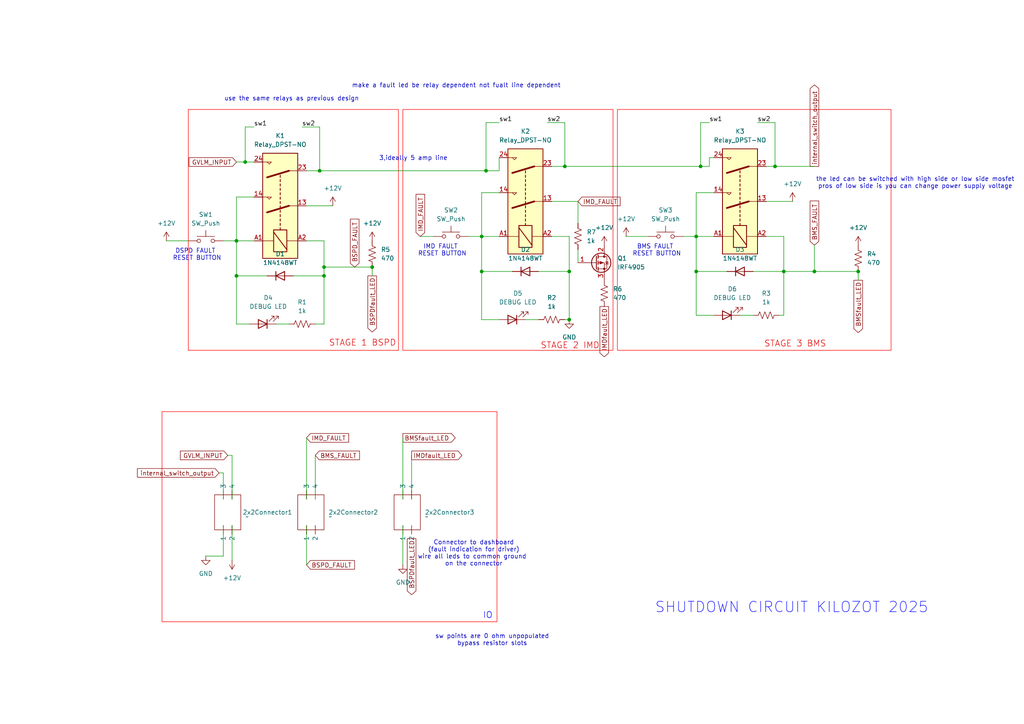
<source format=kicad_sch>
(kicad_sch (version 20250114) (generator "eeschema") (generator_version "9.0")
  (paper "A4")
  (lib_symbols
    (symbol "Device:LED" (pin_numbers (hide yes)) (pin_names (offset 1.016) (hide yes))
      (property "Reference" "D" (at 0 2.54 0))
      (property "Value" "LED" (at 0 -2.54 0))
      (symbol "LED_0_1"
        (polyline (pts (xy -3.048 -0.762) (xy -4.572 -2.286) (xy -3.81 -2.286) (xy -4.572 -2.286) (xy -4.572 -1.524)))
        (polyline (pts (xy -1.778 -0.762) (xy -3.302 -2.286) (xy -2.54 -2.286) (xy -3.302 -2.286) (xy -3.302 -1.524)))
        (polyline (pts (xy -1.27 0) (xy 1.27 0)))
        (polyline (pts (xy -1.27 -1.27) (xy -1.27 1.27)) (stroke (width 0.254)))
        (polyline (pts (xy 1.27 -1.27) (xy 1.27 1.27) (xy -1.27 0) (xy 1.27 -1.27)) (stroke (width 0.254)))
      )
      (symbol "LED_1_1"
        (pin passive line (at -3.81 0 0) (length 2.54) (name "K") (number "1"))
        (pin passive line (at 3.81 0 180) (length 2.54) (name "A") (number "2"))
      )
    )
    (symbol "Device:R_US" (pin_numbers (hide yes)) (pin_names (offset 0))
      (property "Reference" "R" (at 2.54 0 90))
      (property "Value" "R_US" (at -2.54 0 90))
      (symbol "R_US_0_1"
        (polyline (pts (xy 0 2.286) (xy 0 2.54)))
        (polyline (pts (xy 0 2.286) (xy 1.016 1.905) (xy 0 1.524) (xy -1.016 1.143) (xy 0 0.762)))
        (polyline (pts (xy 0 0.762) (xy 1.016 0.381) (xy 0 0) (xy -1.016 -0.381) (xy 0 -0.762)))
        (polyline (pts (xy 0 -0.762) (xy 1.016 -1.143) (xy 0 -1.524) (xy -1.016 -1.905) (xy 0 -2.286)))
        (polyline (pts (xy 0 -2.286) (xy 0 -2.54)))
      )
      (symbol "R_US_1_1"
        (pin passive line (at 0 3.81 270) (length 1.27) (name "~") (number "1"))
        (pin passive line (at 0 -3.81 90) (length 1.27) (name "~") (number "2"))
      )
    )
    (symbol "Diode:1N4148WT" (pin_numbers (hide yes)) (pin_names (hide yes))
      (property "Reference" "D" (at 0 2.54 0))
      (property "Value" "1N4148WT" (at 0 -2.54 0))
      (symbol "1N4148WT_0_1"
        (polyline (pts (xy -1.27 1.27) (xy -1.27 -1.27)) (stroke (width 0.254)))
        (polyline (pts (xy 1.27 1.27) (xy 1.27 -1.27) (xy -1.27 0) (xy 1.27 1.27)) (stroke (width 0.254)))
        (polyline (pts (xy 1.27 0) (xy -1.27 0)))
      )
      (symbol "1N4148WT_1_1"
        (pin passive line (at -3.81 0 0) (length 2.54) (name "K") (number "1"))
        (pin passive line (at 3.81 0 180) (length 2.54) (name "A") (number "2"))
      )
    )
    (symbol "Relay:Relay_DPST-NO"
      (property "Reference" "K" (at 16.51 3.81 0))
      (property "Value" "Relay_DPST-NO" (at 16.51 1.27 0))
      (symbol "Relay_DPST-NO_0_1"
        (rectangle (start -15.24 5.08) (end 15.24 -5.08) (stroke (width 0.254)) (fill (type background)))
        (rectangle (start -13.335 1.905) (end -6.985 -1.905) (stroke (width 0.254)))
        (polyline (pts (xy -12.7 -1.905) (xy -7.62 1.905)) (stroke (width 0.254)))
        (polyline (pts (xy -10.16 5.08) (xy -10.16 1.905)))
        (polyline (pts (xy -10.16 -5.08) (xy -10.16 -1.905)))
        (polyline (pts (xy -6.985 0) (xy -6.35 0)) (stroke (width 0.254)))
        (polyline (pts (xy -5.715 0) (xy -5.08 0)) (stroke (width 0.254)))
        (polyline (pts (xy -4.445 0) (xy -3.81 0)) (stroke (width 0.254)))
        (polyline (pts (xy -3.175 0) (xy -2.54 0)) (stroke (width 0.254)))
        (polyline (pts (xy -1.905 0) (xy -1.27 0)) (stroke (width 0.254)))
        (polyline (pts (xy -0.635 0) (xy 0 0)) (stroke (width 0.254)))
        (polyline (pts (xy 0 -2.54) (xy -1.905 3.81)) (stroke (width 0.508)))
        (polyline (pts (xy 0 -2.54) (xy 0 -5.08)))
        (polyline (pts (xy 0.635 0) (xy 1.27 0)) (stroke (width 0.254)))
        (polyline (pts (xy 1.905 0) (xy 2.54 0)) (stroke (width 0.254)))
        (polyline (pts (xy 2.54 5.08) (xy 2.54 2.54) (xy 1.905 3.175) (xy 2.54 3.81)))
        (polyline (pts (xy 3.175 0) (xy 3.81 0)) (stroke (width 0.254)))
        (polyline (pts (xy 4.445 0) (xy 5.08 0)) (stroke (width 0.254)))
        (polyline (pts (xy 5.715 0) (xy 6.35 0)) (stroke (width 0.254)))
        (polyline (pts (xy 6.985 0) (xy 7.62 0)) (stroke (width 0.254)))
        (polyline (pts (xy 8.255 0) (xy 8.89 0)) (stroke (width 0.254)))
        (polyline (pts (xy 10.16 -2.54) (xy 8.255 3.81)) (stroke (width 0.508)))
        (polyline (pts (xy 10.16 -2.54) (xy 10.16 -5.08)))
        (polyline (pts (xy 12.7 5.08) (xy 12.7 2.54) (xy 12.065 3.175) (xy 12.7 3.81)))
      )
      (symbol "Relay_DPST-NO_1_1"
        (pin passive line (at -10.16 7.62 270) (length 2.54) (name "~") (number "A1"))
        (pin passive line (at -10.16 -7.62 90) (length 2.54) (name "~") (number "A2"))
        (pin passive line (at 0 -7.62 90) (length 2.54) (name "~") (number "13"))
        (pin passive line (at 2.54 7.62 270) (length 2.54) (name "~") (number "14"))
        (pin passive line (at 10.16 -7.62 90) (length 2.54) (name "~") (number "23"))
        (pin passive line (at 12.7 7.62 270) (length 2.54) (name "~") (number "24"))
      )
    )
    (symbol "Switch:SW_Push" (pin_numbers (hide yes)) (pin_names (offset 1.016) (hide yes))
      (property "Reference" "SW" (at 1.27 2.54 0))
      (property "Value" "SW_Push" (at 0 -1.524 0))
      (symbol "SW_Push_0_1"
        (circle (center -2.032 0) (radius 0.508))
        (polyline (pts (xy 0 1.27) (xy 0 3.048)))
        (circle (center 2.032 0) (radius 0.508))
        (polyline (pts (xy 2.54 1.27) (xy -2.54 1.27)))
        (pin passive line (at -5.08 0 0) (length 2.54) (name "1") (number "1"))
        (pin passive line (at 5.08 0 180) (length 2.54) (name "2") (number "2"))
      )
    )
    (symbol "Transistor_FET:IRF4905" (pin_names (hide yes))
      (property "Reference" "Q" (at 5.08 1.905 0))
      (property "Value" "IRF4905" (at 5.08 0 0))
      (symbol "IRF4905_0_1"
        (polyline (pts (xy 0.254 1.905) (xy 0.254 -1.905)) (stroke (width 0.254)))
        (polyline (pts (xy 0.254 0) (xy -2.54 0)))
        (polyline (pts (xy 0.762 2.286) (xy 0.762 1.27)) (stroke (width 0.254)))
        (polyline (pts (xy 0.762 1.778) (xy 3.302 1.778) (xy 3.302 -1.778) (xy 0.762 -1.778)))
        (polyline (pts (xy 0.762 0.508) (xy 0.762 -0.508)) (stroke (width 0.254)))
        (polyline (pts (xy 0.762 -1.27) (xy 0.762 -2.286)) (stroke (width 0.254)))
        (circle (center 1.651 0) (radius 2.794) (stroke (width 0.254)))
        (polyline (pts (xy 2.286 0) (xy 1.27 0.381) (xy 1.27 -0.381) (xy 2.286 0)) (fill (type outline)))
        (polyline (pts (xy 2.54 2.54) (xy 2.54 1.778)))
        (circle (center 2.54 1.778) (radius 0.254) (fill (type outline)))
        (circle (center 2.54 -1.778) (radius 0.254) (fill (type outline)))
        (polyline (pts (xy 2.54 -2.54) (xy 2.54 0) (xy 0.762 0)))
        (polyline (pts (xy 2.794 -0.508) (xy 2.921 -0.381) (xy 3.683 -0.381) (xy 3.81 -0.254)))
        (polyline (pts (xy 3.302 -0.381) (xy 2.921 0.254) (xy 3.683 0.254) (xy 3.302 -0.381)))
      )
      (symbol "IRF4905_1_1"
        (pin input line (at -5.08 0 0) (length 2.54) (name "G") (number "1"))
        (pin passive line (at 2.54 5.08 270) (length 2.54) (name "D") (number "2"))
        (pin passive line (at 2.54 -5.08 90) (length 2.54) (name "S") (number "3"))
      )
    )
    (symbol "connector2x2:connector2x2"
      (property "Reference" "U" (at 0 0 0))
      (symbol "connector2x2_0_1"
        (rectangle (start -3.81 1.27) (end 3.81 -8.89))
      )
      (symbol "connector2x2_1_1"
        (pin input line (at -1.27 0 90) (length 2.54) (name "3") (number ""))
        (pin input line (at -1.27 -7.62 270) (length 2.54) (name "1") (number ""))
        (pin input line (at 1.27 0 90) (length 2.54) (name "4") (number ""))
        (pin input line (at 1.27 -7.62 270) (length 2.54) (name "2") (number ""))
      )
    )
    (symbol "connector2x2_1"
      (property "Reference" "U" (at 0 0 0))
      (symbol "connector2x2_1_0_1"
        (rectangle (start -3.81 1.27) (end 3.81 -8.89))
      )
      (symbol "connector2x2_1_1_1"
        (pin input line (at -1.27 0 90) (length 2.54) (name "3") (number ""))
        (pin input line (at -1.27 -7.62 270) (length 2.54) (name "1") (number ""))
        (pin input line (at 1.27 0 90) (length 2.54) (name "4") (number ""))
        (pin input line (at 1.27 -7.62 270) (length 2.54) (name "2") (number ""))
      )
    )
    (symbol "connector2x2_2"
      (property "Reference" "U" (at 0 0 0))
      (symbol "connector2x2_2_0_1"
        (rectangle (start -3.81 1.27) (end 3.81 -8.89))
      )
      (symbol "connector2x2_2_1_1"
        (pin input line (at -1.27 0 90) (length 2.54) (name "3") (number ""))
        (pin input line (at -1.27 -7.62 270) (length 2.54) (name "1") (number ""))
        (pin input line (at 1.27 0 90) (length 2.54) (name "4") (number ""))
        (pin input line (at 1.27 -7.62 270) (length 2.54) (name "2") (number ""))
      )
    )
    (symbol "power:+12V" (power) (pin_numbers (hide yes)) (pin_names (offset 0) (hide yes))
      (property "Value" "+12V" (at 0 3.556 0))
      (symbol "+12V_0_1"
        (polyline (pts (xy -0.762 1.27) (xy 0 2.54)))
        (polyline (pts (xy 0 2.54) (xy 0.762 1.27)))
        (polyline (pts (xy 0 0) (xy 0 2.54)))
      )
      (symbol "+12V_1_1"
        (pin power_in line (at 0 0 90) (length 0) (name "~") (number "1"))
      )
    )
    (symbol "power:GND" (power) (pin_numbers (hide yes)) (pin_names (offset 0) (hide yes))
      (property "Value" "GND" (at 0 -3.81 0))
      (symbol "GND_0_1"
        (polyline (pts (xy 0 0) (xy 0 -1.27) (xy 1.27 -1.27) (xy 0 -2.54) (xy -1.27 -1.27) (xy 0 -1.27)))
      )
      (symbol "GND_1_1"
        (pin power_in line (at 0 0 270) (length 0) (name "~") (number "1"))
      )
    )
  )
  (text "Connector to dashboard\n(fault indication for driver)\nwire all leds to common ground \non the connector" (at 137.414 160.528 0) (effects (font (size 1.27 1.27))))
  (text "3,ideally 5 amp line" (at 119.888 45.974 0) (effects (font (size 1.27 1.27))))
  (text "DSPD FAULT \nRESET BUTTON" (at 57.15 73.914 0) (effects (font (size 1.27 1.27))))
  (text "the led can be switched with high side or low side mosfet \npros of low side is you can change power supply voltage " (at 265.938 53.086 0) (effects (font (size 1.27 1.27))))
  (text "make a fault led be relay dependent not fualt line dependent" (at 132.334 24.892 0) (effects (font (size 1.27 1.27))))
  (text "STAGE 1 BSPD" (at 105.156 99.568 0) (effects (font (size 1.778 1.778))))
  (text "sw points are 0 ohm unpopulated\nbypass resistor slots" (at 142.748 185.674 0) (effects (font (size 1.27 1.27))))
  (text "IO" (at 141.478 178.562 0) (effects (font (size 1.778 1.778))))
  (text "SHUTDOWN CIRCUIT KILOZOT 2025" (at 229.616 176.276 0) (effects (font (size 3.048 3.048))))
  (text "use the same relays as previous design" (at 84.582 28.702 0) (effects (font (size 1.27 1.27))))
  (text "IMD FAULT \nRESET BUTTON" (at 128.27 72.644 0) (effects (font (size 1.27 1.27))))
  (text "STAGE 3 BMS" (at 230.632 99.822 0) (effects (font (size 1.778 1.778))))
  (text "STAGE 2 IMD" (at 165.354 100.33 0) (effects (font (size 1.778 1.778))))
  (text "BMS FAULT \nRESET BUTTON" (at 190.5 72.644 0) (effects (font (size 1.27 1.27))))
  (junction (at 203.2 48.26))
  (junction (at 165.1 92.71))
  (junction (at 248.92 78.74))
  (junction (at 201.93 68.58))
  (junction (at 224.79 48.26))
  (junction (at 107.95 77.47))
  (junction (at 93.98 77.47))
  (junction (at 227.33 78.74))
  (junction (at 68.58 80.01))
  (junction (at 92.71 49.53))
  (junction (at 201.93 78.74))
  (junction (at 139.7 78.74))
  (junction (at 93.98 80.01))
  (junction (at 163.83 48.26))
  (junction (at 139.7 68.58))
  (junction (at 71.12 46.99))
  (junction (at 68.58 69.85))
  (junction (at 140.97 49.53))
  (junction (at 165.1 78.74))
  (junction (at 236.22 78.74))
  (wire (pts (xy 167.64 58.42) (xy 167.64 64.77)))
  (wire (pts (xy 227.33 91.44) (xy 226.06 91.44)))
  (wire (pts (xy 139.7 78.74) (xy 139.7 92.71)))
  (wire (pts (xy 116.84 127) (xy 116.84 144.78)))
  (wire (pts (xy 158.75 35.56) (xy 163.83 35.56)))
  (wire (pts (xy 201.93 55.88) (xy 201.93 68.58)))
  (wire (pts (xy 205.74 45.72) (xy 205.74 48.26)))
  (wire (pts (xy 92.71 36.83) (xy 92.71 49.53)))
  (wire (pts (xy 91.44 132.08) (xy 91.44 144.78)))
  (wire (pts (xy 205.74 35.56) (xy 203.2 35.56)))
  (wire (pts (xy 48.26 69.85) (xy 54.61 69.85)))
  (wire (pts (xy 205.74 45.72) (xy 207.01 45.72)))
  (wire (pts (xy 152.4 92.71) (xy 156.21 92.71)))
  (wire (pts (xy 68.58 69.85) (xy 68.58 80.01)))
  (wire (pts (xy 67.31 132.08) (xy 66.04 132.08)))
  (wire (pts (xy 87.63 36.83) (xy 92.71 36.83)))
  (wire (pts (xy 67.31 152.4) (xy 67.31 162.56)))
  (wire (pts (xy 93.98 69.85) (xy 93.98 77.47)))
  (wire (pts (xy 163.83 35.56) (xy 163.83 48.26)))
  (wire (pts (xy 68.58 46.99) (xy 71.12 46.99)))
  (wire (pts (xy 68.58 69.85) (xy 73.66 69.85)))
  (wire (pts (xy 227.33 68.58) (xy 222.25 68.58)))
  (wire (pts (xy 68.58 57.15) (xy 68.58 69.85)))
  (wire (pts (xy 167.64 72.39) (xy 167.64 76.2)))
  (wire (pts (xy 224.79 35.56) (xy 224.79 48.26)))
  (wire (pts (xy 67.31 144.78) (xy 67.31 132.08)))
  (wire (pts (xy 165.1 78.74) (xy 165.1 92.71)))
  (wire (pts (xy 93.98 77.47) (xy 107.95 77.47)))
  (wire (pts (xy 64.77 69.85) (xy 68.58 69.85)))
  (wire (pts (xy 140.97 35.56) (xy 140.97 49.53)))
  (wire (pts (xy 203.2 48.26) (xy 163.83 48.26)))
  (wire (pts (xy 93.98 93.98) (xy 91.44 93.98)))
  (wire (pts (xy 160.02 58.42) (xy 167.64 58.42)))
  (wire (pts (xy 135.89 68.58) (xy 139.7 68.58)))
  (wire (pts (xy 201.93 68.58) (xy 201.93 78.74)))
  (wire (pts (xy 116.84 152.4) (xy 116.84 163.83)))
  (wire (pts (xy 224.79 48.26) (xy 222.25 48.26)))
  (wire (pts (xy 107.95 77.47) (xy 107.95 80.01)))
  (wire (pts (xy 71.12 36.83) (xy 71.12 46.99)))
  (wire (pts (xy 92.71 49.53) (xy 140.97 49.53)))
  (wire (pts (xy 139.7 78.74) (xy 148.59 78.74)))
  (wire (pts (xy 201.93 78.74) (xy 210.82 78.74)))
  (wire (pts (xy 201.93 78.74) (xy 201.93 91.44)))
  (wire (pts (xy 236.22 48.26) (xy 224.79 48.26)))
  (wire (pts (xy 219.71 35.56) (xy 224.79 35.56)))
  (wire (pts (xy 93.98 80.01) (xy 93.98 93.98)))
  (wire (pts (xy 139.7 68.58) (xy 144.78 68.58)))
  (wire (pts (xy 140.97 35.56) (xy 144.78 35.56)))
  (wire (pts (xy 88.9 59.69) (xy 96.52 59.69)))
  (wire (pts (xy 227.33 68.58) (xy 227.33 78.74)))
  (wire (pts (xy 165.1 68.58) (xy 160.02 68.58)))
  (wire (pts (xy 71.12 46.99) (xy 73.66 46.99)))
  (wire (pts (xy 73.66 57.15) (xy 68.58 57.15)))
  (wire (pts (xy 64.77 161.29) (xy 59.69 161.29)))
  (wire (pts (xy 64.77 137.16) (xy 63.5 137.16)))
  (wire (pts (xy 165.1 78.74) (xy 156.21 78.74)))
  (wire (pts (xy 88.9 69.85) (xy 93.98 69.85)))
  (wire (pts (xy 119.38 132.08) (xy 119.38 144.78)))
  (wire (pts (xy 139.7 68.58) (xy 139.7 78.74)))
  (wire (pts (xy 201.93 91.44) (xy 207.01 91.44)))
  (wire (pts (xy 198.12 68.58) (xy 201.93 68.58)))
  (wire (pts (xy 181.61 68.58) (xy 187.96 68.58)))
  (wire (pts (xy 207.01 55.88) (xy 201.93 55.88)))
  (wire (pts (xy 201.93 68.58) (xy 207.01 68.58)))
  (wire (pts (xy 248.92 78.74) (xy 248.92 81.28)))
  (wire (pts (xy 68.58 80.01) (xy 68.58 93.98)))
  (wire (pts (xy 236.22 71.12) (xy 236.22 78.74)))
  (wire (pts (xy 227.33 78.74) (xy 227.33 91.44)))
  (wire (pts (xy 121.92 68.58) (xy 125.73 68.58)))
  (wire (pts (xy 93.98 80.01) (xy 85.09 80.01)))
  (wire (pts (xy 80.01 93.98) (xy 83.82 93.98)))
  (wire (pts (xy 139.7 55.88) (xy 139.7 68.58)))
  (wire (pts (xy 227.33 78.74) (xy 218.44 78.74)))
  (wire (pts (xy 64.77 152.4) (xy 64.77 161.29)))
  (wire (pts (xy 144.78 55.88) (xy 139.7 55.88)))
  (wire (pts (xy 214.63 91.44) (xy 218.44 91.44)))
  (wire (pts (xy 236.22 78.74) (xy 227.33 78.74)))
  (wire (pts (xy 93.98 77.47) (xy 93.98 80.01)))
  (wire (pts (xy 68.58 80.01) (xy 77.47 80.01)))
  (wire (pts (xy 88.9 152.4) (xy 88.9 163.83)))
  (wire (pts (xy 68.58 93.98) (xy 72.39 93.98)))
  (wire (pts (xy 222.25 58.42) (xy 229.87 58.42)))
  (wire (pts (xy 205.74 48.26) (xy 203.2 48.26)))
  (wire (pts (xy 165.1 68.58) (xy 165.1 78.74)))
  (wire (pts (xy 144.78 45.72) (xy 144.78 49.53)))
  (wire (pts (xy 88.9 127) (xy 88.9 144.78)))
  (wire (pts (xy 144.78 49.53) (xy 140.97 49.53)))
  (wire (pts (xy 92.71 49.53) (xy 88.9 49.53)))
  (wire (pts (xy 203.2 35.56) (xy 203.2 48.26)))
  (wire (pts (xy 139.7 92.71) (xy 144.78 92.71)))
  (wire (pts (xy 64.77 144.78) (xy 64.77 137.16)))
  (wire (pts (xy 236.22 78.74) (xy 248.92 78.74)))
  (wire (pts (xy 165.1 92.71) (xy 163.83 92.71)))
  (wire (pts (xy 160.02 48.26) (xy 163.83 48.26)))
  (wire (pts (xy 73.66 36.83) (xy 71.12 36.83)))
  (label "sw2" (at 158.75 35.56 0))
  (label "sw1" (at 205.74 35.56 0))
  (label "sw1" (at 73.66 36.83 0))
  (label "sw1" (at 144.78 35.56 0))
  (label "sw2" (at 219.71 35.56 0))
  (label "sw2" (at 87.63 36.83 0))
  (global_label "IMD_FAULT" (shape input) (at 167.64 58.42 0) (property "Intersheetrefs" "${INTERSHEET_REFS}" (effects (hide yes))))
  (global_label "BSPD_FAULT" (shape input) (at 88.9 163.83 0) (property "Intersheetrefs" "${INTERSHEET_REFS}" (effects (hide yes))))
  (global_label "BMS_FAULT" (shape input) (at 236.22 71.12 90) (property "Intersheetrefs" "${INTERSHEET_REFS}" (effects (hide yes))))
  (global_label "BMS_FAULT" (shape input) (at 91.44 132.08 0) (property "Intersheetrefs" "${INTERSHEET_REFS}" (effects (hide yes))))
  (global_label "GVLM_INPUT" (shape input) (at 66.04 132.08 180) (property "Intersheetrefs" "${INTERSHEET_REFS}" (effects (hide yes))))
  (global_label "BMSfault_LED" (shape output) (at 248.92 81.28 270) (property "Intersheetrefs" "${INTERSHEET_REFS}" (effects (hide yes))))
  (global_label "IMDfault_LED" (shape output) (at 119.38 132.08 0) (property "Intersheetrefs" "${INTERSHEET_REFS}" (effects (hide yes))))
  (global_label "internal_switch_output" (shape output) (at 236.22 48.26 90) (property "Intersheetrefs" "${INTERSHEET_REFS}" (effects (hide yes))))
  (global_label "internal_switch_output" (shape input) (at 63.5 137.16 180) (property "Intersheetrefs" "${INTERSHEET_REFS}" (effects (hide yes))))
  (global_label "BSPD_FAULT" (shape input) (at 102.87 77.47 90) (property "Intersheetrefs" "${INTERSHEET_REFS}" (effects (hide yes))))
  (global_label "IMD_FAULT" (shape input) (at 121.92 68.58 90) (property "Intersheetrefs" "${INTERSHEET_REFS}" (effects (hide yes))))
  (global_label "GVLM_INPUT" (shape input) (at 68.58 46.99 180) (property "Intersheetrefs" "${INTERSHEET_REFS}" (effects (hide yes))))
  (global_label "IMDfault_LED" (shape output) (at 175.26 88.9 270) (property "Intersheetrefs" "${INTERSHEET_REFS}" (effects (hide yes))))
  (global_label "BSPDfault_LED" (shape output) (at 119.38 156.21 270) (property "Intersheetrefs" "${INTERSHEET_REFS}" (effects (hide yes))))
  (global_label "IMD_FAULT" (shape input) (at 88.9 127 0) (property "Intersheetrefs" "${INTERSHEET_REFS}" (effects (hide yes))))
  (global_label "BSPDfault_LED" (shape output) (at 107.95 80.01 270) (property "Intersheetrefs" "${INTERSHEET_REFS}" (effects (hide yes))))
  (global_label "BMSfault_LED" (shape output) (at 116.84 127 0) (property "Intersheetrefs" "${INTERSHEET_REFS}" (effects (hide yes))))
  (rule_area (polyline (pts (xy 116.84 31.75) (xy 116.84 101.6) (xy 177.8 101.6) (xy 177.8 31.75))))
  (rule_area (polyline (pts (xy 46.99 180.34) (xy 144.145 180.34) (xy 144.145 119.38) (xy 46.99 119.38))))
  (rule_area (polyline (pts (xy 54.61 31.75) (xy 54.61 101.6) (xy 115.57 101.6) (xy 115.57 31.75))))
  (rule_area (polyline (pts (xy 179.07 31.75) (xy 179.07 101.6) (xy 258.445 101.6) (xy 258.445 31.75))))
  (symbol (lib_id "power:+12V") (at 229.87 58.42 0) (unit 1)
    (property "Reference" "#PWR06" (effects (hide yes)))
    (property "Value" "+12V" (at 229.87 53.34 0))
    (property "Description" "Power symbol creates a global label with name \"+12V\"" (effects (hide yes)))
  )
  (symbol (lib_id "power:+12V") (at 96.52 59.69 0) (unit 1)
    (property "Reference" "#PWR01" (effects (hide yes)))
    (property "Value" "+12V" (at 96.52 54.61 0))
    (property "Description" "Power symbol creates a global label with name \"+12V\"" (effects (hide yes)))
  )
  (symbol (lib_name "connector2x2_2") (lib_id "connector2x2:connector2x2") (at 118.11 144.78 0) (unit 1)
    (property "Reference" "2x2Connector3" (at 123.19 148.5899 0) (effects (justify left)))
    (property "Value" "~" (at 123.19 149.8599 0) (effects (justify left)))
  )
  (symbol (lib_id "Diode:1N4148WT") (at 152.4 78.74 0) (unit 1)
    (property "Reference" "D2" (at 152.4 72.39 0))
    (property "Value" "1N4148WT" (at 152.4 74.93 0))
    (property "Footprint" "Diode_SMD:D_SOD-523" (effects (hide yes)))
    (property "Datasheet" "https://www.diodes.com/assets/Datasheets/ds30396.pdf" (effects (hide yes)))
    (property "Description" "75V 0.15A Fast switching Diode, SOD-523" (effects (hide yes)))
    (property "Sim.Device" "D" (effects (hide yes)))
    (property "Sim.Pins" "1=K 2=A" (effects (hide yes)))
  )
  (symbol (lib_id "power:+12V") (at 48.26 69.85 0) (unit 1)
    (property "Reference" "#PWR02" (effects (hide yes)))
    (property "Value" "+12V" (at 48.26 64.77 0))
    (property "Description" "Power symbol creates a global label with name \"+12V\"" (effects (hide yes)))
  )
  (symbol (lib_id "Device:LED") (at 210.82 91.44 180) (unit 1)
    (property "Reference" "D6" (at 212.4075 83.82 0))
    (property "Value" "DEBUG LED" (at 212.4075 86.36 0))
    (property "Description" "Light emitting diode" (effects (hide yes)))
    (property "Sim.Pins" "1=K 2=A" (effects (hide yes)))
  )
  (symbol (lib_id "Device:R_US") (at 167.64 68.58 180) (unit 1)
    (property "Reference" "R7" (at 170.18 67.3099 0) (effects (justify right)))
    (property "Value" "1k" (at 170.18 69.8499 0) (effects (justify right)))
    (property "Description" "Resistor, US symbol" (effects (hide yes)))
  )
  (symbol (lib_id "power:+12V") (at 107.95 69.85 0) (unit 1)
    (property "Reference" "#PWR09" (effects (hide yes)))
    (property "Value" "+12V" (at 107.95 64.77 0))
    (property "Description" "Power symbol creates a global label with name \"+12V\"" (effects (hide yes)))
  )
  (symbol (lib_id "Device:R_US") (at 222.25 91.44 90) (unit 1)
    (property "Reference" "R3" (at 222.25 85.09 90))
    (property "Value" "1k" (at 222.25 87.63 90))
    (property "Description" "Resistor, US symbol" (effects (hide yes)))
  )
  (symbol (lib_id "Relay:Relay_DPST-NO") (at 214.63 58.42 90) (unit 1)
    (property "Reference" "K3" (at 214.63 38.1 90))
    (property "Value" "Relay_DPST-NO" (at 214.63 40.64 90))
    (property "Description" "Relay DPST, monostable, normally open, EN50005" (effects (hide yes)))
  )
  (symbol (lib_id "Diode:1N4148WT") (at 214.63 78.74 0) (unit 1)
    (property "Reference" "D3" (at 214.63 72.39 0))
    (property "Value" "1N4148WT" (at 214.63 74.93 0))
    (property "Footprint" "Diode_SMD:D_SOD-523" (effects (hide yes)))
    (property "Datasheet" "https://www.diodes.com/assets/Datasheets/ds30396.pdf" (effects (hide yes)))
    (property "Description" "75V 0.15A Fast switching Diode, SOD-523" (effects (hide yes)))
    (property "Sim.Device" "D" (effects (hide yes)))
    (property "Sim.Pins" "1=K 2=A" (effects (hide yes)))
  )
  (symbol (lib_id "Device:R_US") (at 160.02 92.71 90) (unit 1)
    (property "Reference" "R2" (at 160.02 86.36 90))
    (property "Value" "1k" (at 160.02 88.9 90))
    (property "Description" "Resistor, US symbol" (effects (hide yes)))
  )
  (symbol (lib_id "Switch:SW_Push") (at 130.81 68.58 0) (unit 1)
    (property "Reference" "SW2" (at 130.81 60.96 0))
    (property "Value" "SW_Push" (at 130.81 63.5 0))
    (property "Description" "Push button switch, generic, two pins" (effects (hide yes)))
  )
  (symbol (lib_id "power:+12V") (at 67.31 162.56 180) (unit 1)
    (property "Reference" "#PWR03" (effects (hide yes)))
    (property "Value" "+12V" (at 67.31 167.64 0))
    (property "Description" "Power symbol creates a global label with name \"+12V\"" (effects (hide yes)))
  )
  (symbol (lib_id "Relay:Relay_DPST-NO") (at 81.28 59.69 90) (unit 1)
    (property "Reference" "K1" (at 81.28 39.37 90))
    (property "Value" "Relay_DPST-NO" (at 81.28 41.91 90))
    (property "Description" "Relay DPST, monostable, normally open, EN50005" (effects (hide yes)))
  )
  (symbol (lib_id "Device:R_US") (at 248.92 74.93 180) (unit 1)
    (property "Reference" "R4" (at 251.46 73.6599 0) (effects (justify right)))
    (property "Value" "470" (at 251.46 76.1999 0) (effects (justify right)))
    (property "Description" "Resistor, US symbol" (effects (hide yes)))
  )
  (symbol (lib_id "power:GND") (at 59.69 161.29 0) (unit 1)
    (property "Reference" "#PWR07" (effects (hide yes)))
    (property "Value" "GND" (at 59.69 166.37 0))
    (property "Description" "Power symbol creates a global label with name \"GND\" , ground" (effects (hide yes)))
  )
  (symbol (lib_id "Device:R_US") (at 107.95 73.66 180) (unit 1)
    (property "Reference" "R5" (at 110.49 72.3899 0) (effects (justify right)))
    (property "Value" "470" (at 110.49 74.9299 0) (effects (justify right)))
    (property "Description" "Resistor, US symbol" (effects (hide yes)))
  )
  (symbol (lib_id "power:+12V") (at 181.61 68.58 0) (unit 1)
    (property "Reference" "#PWR05" (effects (hide yes)))
    (property "Value" "+12V" (at 181.61 63.5 0))
    (property "Description" "Power symbol creates a global label with name \"+12V\"" (effects (hide yes)))
  )
  (symbol (lib_name "connector2x2_1") (lib_id "connector2x2:connector2x2") (at 90.17 144.78 0) (unit 1)
    (property "Reference" "2x2Connector2" (at 95.25 148.5899 0) (effects (justify left)))
    (property "Value" "~" (at 95.25 149.8599 0) (effects (justify left)))
  )
  (symbol (lib_id "Device:R_US") (at 87.63 93.98 90) (unit 1)
    (property "Reference" "R1" (at 87.63 87.63 90))
    (property "Value" "1k" (at 87.63 90.17 90))
    (property "Description" "Resistor, US symbol" (effects (hide yes)))
  )
  (symbol (lib_id "Device:LED") (at 76.2 93.98 180) (unit 1)
    (property "Reference" "D4" (at 77.7875 86.36 0))
    (property "Value" "DEBUG LED" (at 77.7875 88.9 0))
    (property "Description" "Light emitting diode" (effects (hide yes)))
    (property "Sim.Pins" "1=K 2=A" (effects (hide yes)))
  )
  (symbol (lib_id "power:GND") (at 165.1 92.71 0) (unit 1)
    (property "Reference" "#PWR04" (effects (hide yes)))
    (property "Value" "GND" (at 165.1 97.79 0))
    (property "Description" "Power symbol creates a global label with name \"GND\" , ground" (effects (hide yes)))
  )
  (symbol (lib_id "Diode:1N4148WT") (at 81.28 80.01 0) (unit 1)
    (property "Reference" "D1" (at 81.28 73.66 0))
    (property "Value" "1N4148WT" (at 81.28 76.2 0))
    (property "Footprint" "Diode_SMD:D_SOD-523" (effects (hide yes)))
    (property "Datasheet" "https://www.diodes.com/assets/Datasheets/ds30396.pdf" (effects (hide yes)))
    (property "Description" "75V 0.15A Fast switching Diode, SOD-523" (effects (hide yes)))
    (property "Sim.Device" "D" (effects (hide yes)))
    (property "Sim.Pins" "1=K 2=A" (effects (hide yes)))
  )
  (symbol (lib_id "Switch:SW_Push") (at 193.04 68.58 0) (unit 1)
    (property "Reference" "SW3" (at 193.04 60.96 0))
    (property "Value" "SW_Push" (at 193.04 63.5 0))
    (property "Description" "Push button switch, generic, two pins" (effects (hide yes)))
  )
  (symbol (lib_id "power:+12V") (at 248.92 71.12 0) (unit 1)
    (property "Reference" "#PWR08" (effects (hide yes)))
    (property "Value" "+12V" (at 248.92 66.04 0))
    (property "Description" "Power symbol creates a global label with name \"+12V\"" (effects (hide yes)))
  )
  (symbol (lib_id "Relay:Relay_DPST-NO") (at 152.4 58.42 90) (unit 1)
    (property "Reference" "K2" (at 152.4 38.1 90))
    (property "Value" "Relay_DPST-NO" (at 152.4 40.64 90))
    (property "Description" "Relay DPST, monostable, normally open, EN50005" (effects (hide yes)))
  )
  (symbol (lib_id "power:GND") (at 116.84 163.83 0) (unit 1)
    (property "Reference" "#PWR011" (effects (hide yes)))
    (property "Value" "GND" (at 116.84 168.91 0))
    (property "Description" "Power symbol creates a global label with name \"GND\" , ground" (effects (hide yes)))
  )
  (symbol (lib_id "connector2x2:connector2x2") (at 66.04 144.78 0) (unit 1)
    (property "Reference" "2x2Connector1" (at 70.358 148.59 0) (effects (justify left)))
    (property "Value" "~" (at 71.12 149.8599 0) (effects (justify left)))
  )
  (symbol (lib_id "Device:LED") (at 148.59 92.71 180) (unit 1)
    (property "Reference" "D5" (at 150.1775 85.09 0))
    (property "Value" "DEBUG LED" (at 150.1775 87.63 0))
    (property "Description" "Light emitting diode" (effects (hide yes)))
    (property "Sim.Pins" "1=K 2=A" (effects (hide yes)))
  )
  (symbol (lib_id "Transistor_FET:IRF4905") (at 172.72 76.2 0) (unit 1)
    (property "Reference" "Q1" (at 179.07 74.9299 0) (effects (justify left)))
    (property "Value" "IRF4905" (at 179.07 77.4699 0) (effects (justify left)))
    (property "Footprint" "Package_TO_SOT_THT:TO-220-3_Vertical" (effects (hide yes)))
    (property "Datasheet" "http://www.infineon.com/dgdl/irf4905.pdf?fileId=5546d462533600a4015355e32165197c" (effects (hide yes)))
    (property "Description" "-74A Id, -55V Vds, Single P-Channel HEXFET Power MOSFET, 20mOhm Ron, TO-220AB" (effects (hide yes)))
  )
  (symbol (lib_id "power:+12V") (at 175.26 71.12 0) (unit 1)
    (property "Reference" "#PWR010" (effects (hide yes)))
    (property "Value" "+12V" (at 175.26 66.04 0))
    (property "Description" "Power symbol creates a global label with name \"+12V\"" (effects (hide yes)))
  )
  (symbol (lib_id "Switch:SW_Push") (at 59.69 69.85 0) (unit 1)
    (property "Reference" "SW1" (at 59.69 62.23 0))
    (property "Value" "SW_Push" (at 59.69 64.77 0))
    (property "Description" "Push button switch, generic, two pins" (effects (hide yes)))
  )
  (symbol (lib_id "Device:R_US") (at 175.26 85.09 180) (unit 1)
    (property "Reference" "R6" (at 177.8 83.8199 0) (effects (justify right)))
    (property "Value" "470" (at 177.8 86.3599 0) (effects (justify right)))
    (property "Description" "Resistor, US symbol" (effects (hide yes)))
  )
)
</source>
